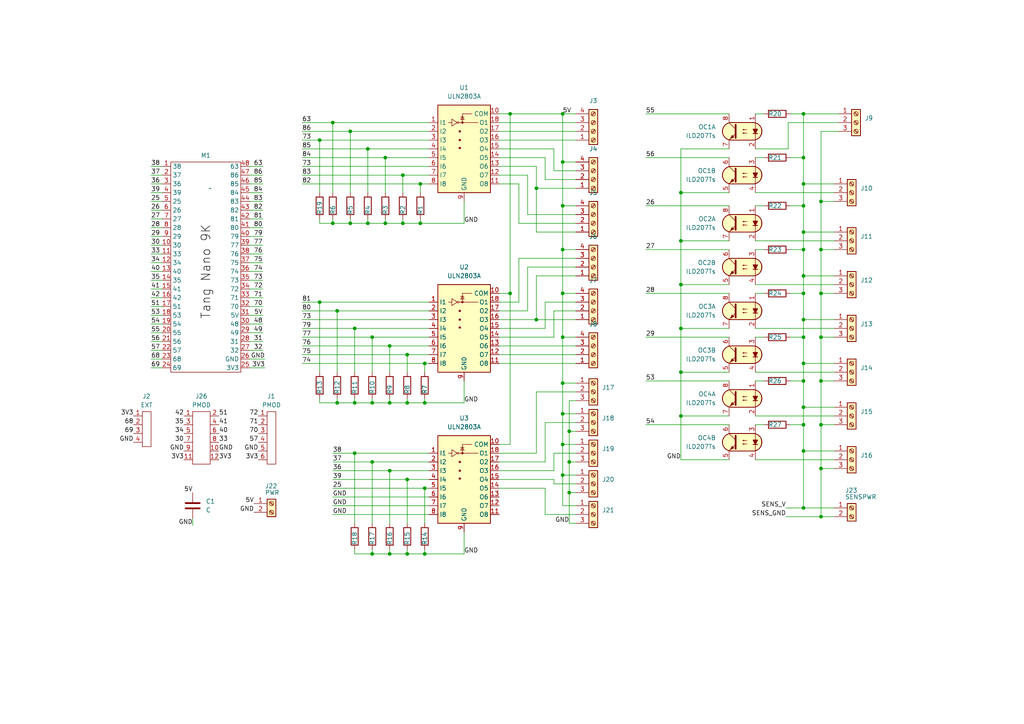
<source format=kicad_sch>
(kicad_sch (version 20230121) (generator eeschema)
  (paper "A4")
  (lib_symbols
    (symbol "Connector:Screw_Terminal_01x02" (pin_names (offset 1.016) hide)
      (property "Reference" "J" (at 0 2.54 0))
      (property "Value" "Screw_Terminal_01x02" (at 0 -5.08 0))
      (symbol "Screw_Terminal_01x02_1_1"
        (pin passive line (at -5.08 0 0) (length 3.81) (name "Pin_1") (number "1"))
        (pin passive line (at -5.08 -2.54 0) (length 3.81) (name "Pin_2") (number "2"))
      )
    )
    (symbol "Connector:Screw_Terminal_01x03" (pin_names (offset 1.016) hide)
      (property "Reference" "J" (at 0 5.08 0))
      (property "Value" "Screw_Terminal_01x03" (at 0 -5.08 0))
      (symbol "Screw_Terminal_01x03_1_1"
        (pin passive line (at -5.08 2.54 0) (length 3.81) (name "Pin_1") (number "1"))
        (pin passive line (at -5.08 0 0) (length 3.81) (name "Pin_2") (number "2"))
        (pin passive line (at -5.08 -2.54 0) (length 3.81) (name "Pin_3") (number "3"))
      )
    )
    (symbol "Connector:Screw_Terminal_01x04" (pin_names (offset 1.016) hide)
      (property "Reference" "J" (at 0 5.08 0))
      (property "Value" "Screw_Terminal_01x04" (at 0 -7.62 0))
      (symbol "Screw_Terminal_01x04_1_1"
        (pin passive line (at -5.08 2.54 0) (length 3.81) (name "Pin_1") (number "1"))
        (pin passive line (at -5.08 0 0) (length 3.81) (name "Pin_2") (number "2"))
        (pin passive line (at -5.08 -2.54 0) (length 3.81) (name "Pin_3") (number "3"))
        (pin passive line (at -5.08 -5.08 0) (length 3.81) (name "Pin_4") (number "4"))
      )
    )
    (symbol "Device:C" (pin_numbers hide) (pin_names (offset 0.254))
      (property "Reference" "C" (at 0.635 2.54 0))
      (property "Value" "C" (at 0.635 -2.54 0))
      (symbol "C_1_1"
        (pin passive line (at 0 3.81 270) (length 2.794) (name "~") (number "1"))
        (pin passive line (at 0 -3.81 90) (length 2.794) (name "~") (number "2"))
      )
    )
    (symbol "Device:R" (pin_numbers hide) (pin_names (offset 0))
      (property "Reference" "R" (at 2.032 0 90))
      (property "Value" "R" (at 0 0 90))
      (symbol "R_1_1"
        (pin passive line (at 0 3.81 270) (length 1.27) (name "~") (number "1"))
        (pin passive line (at 0 -3.81 90) (length 1.27) (name "~") (number "2"))
      )
    )
    (symbol "Library:Conn)01x06_pin" (pin_names (offset 0) hide)
      (property "Reference" "J" (at 0 0 0))
      (symbol "Conn)01x06_pin_1_1"
        (pin passive line (at -3.81 6.35 0) (length 2.54) (name "") (number "1"))
        (pin passive line (at -3.81 3.81 0) (length 2.54) (name "") (number "2"))
        (pin passive line (at -3.81 1.27 0) (length 2.54) (name "") (number "3"))
        (pin passive line (at -3.81 -1.27 0) (length 2.54) (name "") (number "4"))
        (pin passive line (at -3.81 -3.81 0) (length 2.54) (name "") (number "5"))
        (pin passive line (at -3.81 -6.35 0) (length 2.54) (name "") (number "6"))
      )
    )
    (symbol "Library:Conn_01X04_pin" (pin_names (offset 0) hide)
      (property "Reference" "J" (at 0 0 0))
      (symbol "Conn_01X04_pin_1_1"
        (pin passive line (at -3.81 3.81 0) (length 2.54) (name "") (number "1"))
        (pin passive line (at -3.81 1.27 0) (length 2.54) (name "") (number "2"))
        (pin passive line (at -3.81 -1.27 0) (length 2.54) (name "") (number "3"))
        (pin passive line (at -3.81 -3.81 0) (length 2.54) (name "") (number "4"))
      )
    )
    (symbol "Library:Conn_02x06_pin" (pin_names (offset 0) hide)
      (property "Reference" "J" (at 0 0 0))
      (symbol "Conn_02x06_pin_1_1"
        (pin passive line (at -5.08 6.35 0) (length 2.54) (name "") (number "1"))
        (pin passive line (at 5.08 -3.81 180) (length 2.54) (name "") (number "10"))
        (pin passive line (at -5.08 -6.35 0) (length 2.54) (name "") (number "11"))
        (pin passive line (at 5.08 -6.35 180) (length 2.54) (name "") (number "12"))
        (pin passive line (at 5.08 6.35 180) (length 2.54) (name "") (number "2"))
        (pin passive line (at -5.08 3.81 0) (length 2.54) (name "") (number "3"))
        (pin passive line (at 5.08 3.81 180) (length 2.54) (name "") (number "4"))
        (pin passive line (at -5.08 1.27 0) (length 2.54) (name "") (number "5"))
        (pin passive line (at 5.08 1.27 180) (length 2.54) (name "") (number "6"))
        (pin passive line (at -5.08 -1.27 0) (length 2.54) (name "") (number "7"))
        (pin passive line (at 5.08 -1.27 180) (length 2.54) (name "") (number "8"))
        (pin passive line (at -5.08 -3.81 0) (length 2.54) (name "") (number "9"))
      )
    )
    (symbol "Library:Socket_TangNano9K"
      (property "Reference" "M" (at 0 17.78 0))
      (symbol "Socket_TangNano9K_1_1"
        (text "Tang Nano 9K" (at 0 -1.27 900) (effects (font (size 2.56 2.56))))
        (pin bidirectional line (at -12.7 29.21 0) (length 2.54) (name "38") (number "1"))
        (pin bidirectional line (at -12.7 6.35 0) (length 2.54) (name "30") (number "10"))
        (pin bidirectional line (at -12.7 3.81 0) (length 2.54) (name "33") (number "11"))
        (pin bidirectional line (at -12.7 1.27 0) (length 2.54) (name "34") (number "12"))
        (pin bidirectional line (at -12.7 -1.27 0) (length 2.54) (name "40") (number "13"))
        (pin bidirectional line (at -12.7 -3.81 0) (length 2.54) (name "35") (number "14"))
        (pin bidirectional line (at -12.7 -6.35 0) (length 2.54) (name "41") (number "15"))
        (pin bidirectional line (at -12.7 -8.89 0) (length 2.54) (name "42") (number "16"))
        (pin bidirectional line (at -12.7 -11.43 0) (length 2.54) (name "51") (number "17"))
        (pin bidirectional line (at -12.7 -13.97 0) (length 2.54) (name "53") (number "18"))
        (pin bidirectional line (at -12.7 -16.51 0) (length 2.54) (name "54") (number "19"))
        (pin bidirectional line (at -12.7 26.67 0) (length 2.54) (name "37") (number "2"))
        (pin bidirectional line (at -12.7 -19.05 0) (length 2.54) (name "55") (number "20"))
        (pin bidirectional line (at -12.7 -21.59 0) (length 2.54) (name "56") (number "21"))
        (pin bidirectional line (at -12.7 -24.13 0) (length 2.54) (name "57") (number "22"))
        (pin bidirectional line (at -12.7 -26.67 0) (length 2.54) (name "68") (number "23"))
        (pin bidirectional line (at -12.7 -29.21 0) (length 2.54) (name "69") (number "24"))
        (pin power_in line (at 12.7 -29.21 180) (length 2.54) (name "3V3") (number "25"))
        (pin power_in line (at 12.7 -26.67 180) (length 2.54) (name "GND") (number "26"))
        (pin bidirectional line (at 12.7 -24.13 180) (length 2.54) (name "32") (number "27"))
        (pin bidirectional line (at 12.7 -21.59 180) (length 2.54) (name "31") (number "28"))
        (pin bidirectional line (at 12.7 -19.05 180) (length 2.54) (name "49") (number "29"))
        (pin bidirectional line (at -12.7 24.13 0) (length 2.54) (name "36") (number "3"))
        (pin bidirectional line (at 12.7 -16.51 180) (length 2.54) (name "48") (number "30"))
        (pin power_in line (at 12.7 -13.97 180) (length 2.54) (name "5V") (number "31"))
        (pin bidirectional line (at 12.7 -11.43 180) (length 2.54) (name "70") (number "32"))
        (pin bidirectional line (at 12.7 -8.89 180) (length 2.54) (name "71") (number "33"))
        (pin bidirectional line (at 12.7 -6.35 180) (length 2.54) (name "72") (number "34"))
        (pin bidirectional line (at 12.7 -3.81 180) (length 2.54) (name "73") (number "35"))
        (pin bidirectional line (at 12.7 -1.27 180) (length 2.54) (name "74") (number "36"))
        (pin bidirectional line (at 12.7 1.27 180) (length 2.54) (name "75") (number "37"))
        (pin bidirectional line (at 12.7 3.81 180) (length 2.54) (name "76") (number "38"))
        (pin bidirectional line (at 12.7 6.35 180) (length 2.54) (name "77") (number "39"))
        (pin bidirectional line (at -12.7 21.59 0) (length 2.54) (name "39") (number "4"))
        (pin bidirectional line (at 12.7 8.89 180) (length 2.54) (name "79") (number "40"))
        (pin bidirectional line (at 12.7 11.43 180) (length 2.54) (name "80") (number "41"))
        (pin bidirectional line (at 12.7 13.97 180) (length 2.54) (name "81") (number "42"))
        (pin bidirectional line (at 12.7 16.51 180) (length 2.54) (name "82") (number "43"))
        (pin bidirectional line (at 12.7 19.05 180) (length 2.54) (name "83") (number "44"))
        (pin bidirectional line (at 12.7 21.59 180) (length 2.54) (name "84") (number "45"))
        (pin bidirectional line (at 12.7 24.13 180) (length 2.54) (name "85") (number "46"))
        (pin bidirectional line (at 12.7 26.67 180) (length 2.54) (name "86") (number "47"))
        (pin bidirectional line (at 12.7 29.21 180) (length 2.54) (name "63") (number "48"))
        (pin bidirectional line (at -12.7 19.05 0) (length 2.54) (name "25") (number "5"))
        (pin bidirectional line (at -12.7 16.51 0) (length 2.54) (name "26") (number "6"))
        (pin bidirectional line (at -12.7 13.97 0) (length 2.54) (name "27") (number "7"))
        (pin bidirectional line (at -12.7 11.43 0) (length 2.54) (name "28") (number "8"))
        (pin bidirectional line (at -12.7 8.89 0) (length 2.54) (name "29") (number "9"))
      )
    )
    (symbol "PCM_Optocoupler_AKL:ILD207Ts" (pin_names (offset 1.016))
      (property "Reference" "OC" (at 6.35 1.27 0))
      (property "Value" "ILD207Ts" (at 6.35 -1.27 0))
      (symbol "ILD207Ts_1_1"
        (pin passive line (at -3.81 5.08 270) (length 2.54) (name "~") (number "1"))
        (pin passive line (at -3.81 -5.08 90) (length 2.54) (name "~") (number "2"))
        (pin passive line (at 3.81 -5.08 90) (length 2.54) (name "~") (number "7"))
        (pin passive line (at 3.81 5.08 270) (length 2.54) (name "~") (number "8"))
      )
      (symbol "ILD207Ts_2_1"
        (pin passive line (at -3.81 5.08 270) (length 2.54) (name "~") (number "3"))
        (pin passive line (at -3.81 -5.08 90) (length 2.54) (name "~") (number "4"))
        (pin passive line (at 3.81 -5.08 90) (length 2.54) (name "~") (number "5"))
        (pin passive line (at 3.81 5.08 270) (length 2.54) (name "~") (number "6"))
      )
    )
    (symbol "Transistor_Array:ULN2803A"
      (property "Reference" "U" (at 0 13.335 0))
      (property "Value" "ULN2803A" (at 0 11.43 0))
      (symbol "ULN2803A_1_1"
        (pin input line (at -10.16 5.08 0) (length 2.54) (name "I1") (number "1"))
        (pin passive line (at 10.16 7.62 180) (length 2.54) (name "COM") (number "10"))
        (pin open_collector line (at 10.16 -12.7 180) (length 2.54) (name "O8") (number "11"))
        (pin open_collector line (at 10.16 -10.16 180) (length 2.54) (name "O7") (number "12"))
        (pin open_collector line (at 10.16 -7.62 180) (length 2.54) (name "O6") (number "13"))
        (pin open_collector line (at 10.16 -5.08 180) (length 2.54) (name "O5") (number "14"))
        (pin open_collector line (at 10.16 -2.54 180) (length 2.54) (name "O4") (number "15"))
        (pin open_collector line (at 10.16 0 180) (length 2.54) (name "O3") (number "16"))
        (pin open_collector line (at 10.16 2.54 180) (length 2.54) (name "O2") (number "17"))
        (pin open_collector line (at 10.16 5.08 180) (length 2.54) (name "O1") (number "18"))
        (pin input line (at -10.16 2.54 0) (length 2.54) (name "I2") (number "2"))
        (pin input line (at -10.16 0 0) (length 2.54) (name "I3") (number "3"))
        (pin input line (at -10.16 -2.54 0) (length 2.54) (name "I4") (number "4"))
        (pin input line (at -10.16 -5.08 0) (length 2.54) (name "I5") (number "5"))
        (pin input line (at -10.16 -7.62 0) (length 2.54) (name "I6") (number "6"))
        (pin input line (at -10.16 -10.16 0) (length 2.54) (name "I7") (number "7"))
        (pin input line (at -10.16 -12.7 0) (length 2.54) (name "I8") (number "8"))
        (pin power_in line (at 0 -17.78 90) (length 2.54) (name "GND") (number "9"))
      )
    )
  )
  (junction (at 118.11 139.065))
  (junction (at 123.19 141.605))
  (junction (at 111.76 45.72))
  (junction (at 233.045 33.02))
  (junction (at 238.125 123.19))
  (junction (at 197.485 69.85))
  (junction (at 233.045 45.72))
  (junction (at 233.045 147.32))
  (junction (at 121.92 53.34))
  (junction (at 118.11 102.87))
  (junction (at 123.19 116.84))
  (junction (at 118.11 160.655))
  (junction (at 96.52 35.56))
  (junction (at 165.1 133.985))
  (junction (at 121.92 64.77))
  (junction (at 197.485 107.95))
  (junction (at 238.125 85.09))
  (junction (at 163.195 59.69))
  (junction (at 165.1 142.875))
  (junction (at 116.84 64.77))
  (junction (at 238.125 110.49))
  (junction (at 233.045 118.11))
  (junction (at 92.71 40.64))
  (junction (at 233.045 80.01))
  (junction (at 96.52 64.77))
  (junction (at 123.19 160.655))
  (junction (at 111.76 64.77))
  (junction (at 101.6 64.77))
  (junction (at 163.195 120.015))
  (junction (at 233.045 130.81))
  (junction (at 238.125 72.39))
  (junction (at 233.045 97.79))
  (junction (at 107.95 133.985))
  (junction (at 163.195 137.795))
  (junction (at 107.95 160.655))
  (junction (at 233.045 53.34))
  (junction (at 197.485 55.88))
  (junction (at 238.125 135.89))
  (junction (at 233.045 110.49))
  (junction (at 106.68 64.77))
  (junction (at 233.045 72.39))
  (junction (at 113.03 136.525))
  (junction (at 107.95 116.84))
  (junction (at 233.045 92.71))
  (junction (at 106.68 43.18))
  (junction (at 163.195 33.02))
  (junction (at 163.195 97.79))
  (junction (at 113.03 100.33))
  (junction (at 163.195 46.99))
  (junction (at 197.485 82.55))
  (junction (at 197.485 120.65))
  (junction (at 155.575 92.71))
  (junction (at 147.955 85.09))
  (junction (at 116.84 50.8))
  (junction (at 233.045 67.31))
  (junction (at 233.045 123.19))
  (junction (at 147.955 33.02))
  (junction (at 233.045 105.41))
  (junction (at 165.1 125.095))
  (junction (at 118.11 116.84))
  (junction (at 113.03 116.84))
  (junction (at 102.87 95.25))
  (junction (at 155.575 54.61))
  (junction (at 238.125 97.79))
  (junction (at 238.125 149.86))
  (junction (at 97.79 116.84))
  (junction (at 233.045 85.09))
  (junction (at 113.03 160.655))
  (junction (at 163.195 111.125))
  (junction (at 102.87 131.445))
  (junction (at 197.485 95.25))
  (junction (at 101.6 38.1))
  (junction (at 92.71 87.63))
  (junction (at 107.95 97.79))
  (junction (at 97.79 90.17))
  (junction (at 102.87 116.84))
  (junction (at 163.195 128.905))
  (junction (at 233.045 59.69))
  (junction (at 123.19 105.41))
  (junction (at 163.195 72.39))
  (junction (at 238.125 58.42))
  (junction (at 163.195 85.09))
  (wire (pts (xy 238.125 72.39) (xy 238.125 85.09)))
  (wire (pts (xy 72.39 58.42) (xy 76.2 58.42)))
  (wire (pts (xy 167.005 52.07) (xy 158.115 52.07)))
  (wire (pts (xy 167.005 113.665) (xy 155.575 113.665)))
  (wire (pts (xy 147.955 33.02) (xy 163.195 33.02)))
  (wire (pts (xy 72.39 63.5) (xy 76.2 63.5)))
  (wire (pts (xy 144.78 40.64) (xy 167.005 40.64)))
  (wire (pts (xy 219.075 55.88) (xy 241.935 55.88)))
  (wire (pts (xy 158.115 45.72) (xy 144.78 45.72)))
  (wire (pts (xy 72.39 99.06) (xy 76.2 99.06)))
  (wire (pts (xy 197.485 120.65) (xy 211.455 120.65)))
  (wire (pts (xy 121.92 53.34) (xy 124.46 53.34)))
  (wire (pts (xy 144.78 85.09) (xy 147.955 85.09)))
  (wire (pts (xy 97.79 90.17) (xy 124.46 90.17)))
  (wire (pts (xy 43.815 91.44) (xy 46.99 91.44)))
  (wire (pts (xy 43.815 81.28) (xy 46.99 81.28)))
  (wire (pts (xy 165.1 151.765) (xy 167.005 151.765)))
  (wire (pts (xy 144.78 95.25) (xy 158.115 95.25)))
  (wire (pts (xy 155.575 80.01) (xy 155.575 92.71)))
  (wire (pts (xy 238.125 110.49) (xy 241.935 110.49)))
  (wire (pts (xy 101.6 64.77) (xy 106.68 64.77)))
  (wire (pts (xy 43.815 106.68) (xy 46.99 106.68)))
  (wire (pts (xy 165.1 125.095) (xy 165.1 133.985)))
  (wire (pts (xy 101.6 38.1) (xy 124.46 38.1)))
  (wire (pts (xy 144.78 136.525) (xy 160.655 136.525)))
  (wire (pts (xy 229.235 45.72) (xy 233.045 45.72)))
  (wire (pts (xy 227.965 149.86) (xy 238.125 149.86)))
  (wire (pts (xy 134.62 110.49) (xy 134.62 116.84)))
  (wire (pts (xy 101.6 38.1) (xy 101.6 55.88)))
  (wire (pts (xy 165.1 116.205) (xy 165.1 125.095)))
  (wire (pts (xy 87.63 40.64) (xy 92.71 40.64)))
  (wire (pts (xy 144.78 50.8) (xy 153.035 50.8)))
  (wire (pts (xy 160.655 139.065) (xy 160.655 140.335)))
  (wire (pts (xy 118.11 139.065) (xy 118.11 151.765)))
  (wire (pts (xy 163.195 111.125) (xy 163.195 120.015)))
  (wire (pts (xy 107.95 97.79) (xy 107.95 107.95)))
  (wire (pts (xy 165.1 133.985) (xy 167.005 133.985)))
  (wire (pts (xy 163.195 59.69) (xy 163.195 72.39)))
  (wire (pts (xy 102.87 131.445) (xy 124.46 131.445)))
  (wire (pts (xy 101.6 64.77) (xy 101.6 63.5)))
  (wire (pts (xy 158.115 141.605) (xy 158.115 149.225)))
  (wire (pts (xy 111.76 45.72) (xy 111.76 55.88)))
  (wire (pts (xy 155.575 54.61) (xy 155.575 48.26)))
  (wire (pts (xy 163.195 137.795) (xy 163.195 146.685)))
  (wire (pts (xy 197.485 107.95) (xy 211.455 107.95)))
  (wire (pts (xy 238.125 38.1) (xy 243.205 38.1)))
  (wire (pts (xy 163.195 72.39) (xy 167.005 72.39)))
  (wire (pts (xy 187.325 85.09) (xy 211.455 85.09)))
  (wire (pts (xy 92.71 116.84) (xy 92.71 115.57)))
  (wire (pts (xy 96.52 139.065) (xy 118.11 139.065)))
  (wire (pts (xy 167.005 90.17) (xy 160.655 90.17)))
  (wire (pts (xy 123.19 141.605) (xy 124.46 141.605)))
  (wire (pts (xy 147.955 128.905) (xy 147.955 85.09)))
  (wire (pts (xy 113.03 160.655) (xy 118.11 160.655)))
  (wire (pts (xy 233.045 97.79) (xy 233.045 105.41)))
  (wire (pts (xy 43.815 86.36) (xy 46.99 86.36)))
  (wire (pts (xy 43.815 68.58) (xy 46.99 68.58)))
  (wire (pts (xy 233.045 105.41) (xy 233.045 110.49)))
  (wire (pts (xy 72.39 53.34) (xy 76.2 53.34)))
  (wire (pts (xy 238.125 123.19) (xy 238.125 135.89)))
  (wire (pts (xy 107.95 133.985) (xy 107.95 151.765)))
  (wire (pts (xy 144.78 92.71) (xy 155.575 92.71)))
  (wire (pts (xy 102.87 95.25) (xy 102.87 107.95)))
  (wire (pts (xy 43.815 93.98) (xy 46.99 93.98)))
  (wire (pts (xy 72.39 91.44) (xy 76.2 91.44)))
  (wire (pts (xy 187.325 33.02) (xy 211.455 33.02)))
  (wire (pts (xy 43.815 55.88) (xy 46.99 55.88)))
  (wire (pts (xy 233.045 92.71) (xy 241.935 92.71)))
  (wire (pts (xy 167.005 67.31) (xy 155.575 67.31)))
  (wire (pts (xy 123.19 105.41) (xy 123.19 107.95)))
  (wire (pts (xy 233.045 33.02) (xy 243.205 33.02)))
  (wire (pts (xy 238.125 58.42) (xy 241.935 58.42)))
  (wire (pts (xy 118.11 160.655) (xy 123.19 160.655)))
  (wire (pts (xy 107.95 97.79) (xy 124.46 97.79)))
  (wire (pts (xy 219.075 45.72) (xy 221.615 45.72)))
  (wire (pts (xy 43.815 99.06) (xy 46.99 99.06)))
  (wire (pts (xy 87.63 43.18) (xy 106.68 43.18)))
  (wire (pts (xy 167.005 49.53) (xy 160.655 49.53)))
  (wire (pts (xy 96.52 146.685) (xy 124.46 146.685)))
  (wire (pts (xy 116.84 50.8) (xy 116.84 55.88)))
  (wire (pts (xy 229.235 33.02) (xy 233.045 33.02)))
  (wire (pts (xy 211.455 43.18) (xy 197.485 43.18)))
  (wire (pts (xy 72.39 83.82) (xy 76.2 83.82)))
  (wire (pts (xy 116.84 64.77) (xy 121.92 64.77)))
  (wire (pts (xy 163.195 33.02) (xy 163.195 46.99)))
  (wire (pts (xy 123.19 160.655) (xy 123.19 159.385)))
  (wire (pts (xy 167.005 77.47) (xy 153.035 77.47)))
  (wire (pts (xy 155.575 67.31) (xy 155.575 54.61)))
  (wire (pts (xy 219.075 33.02) (xy 221.615 33.02)))
  (wire (pts (xy 107.95 160.655) (xy 107.95 159.385)))
  (wire (pts (xy 167.005 116.205) (xy 165.1 116.205)))
  (wire (pts (xy 229.235 123.19) (xy 233.045 123.19)))
  (wire (pts (xy 167.005 33.02) (xy 163.195 33.02)))
  (wire (pts (xy 219.075 123.19) (xy 221.615 123.19)))
  (wire (pts (xy 233.045 147.32) (xy 241.935 147.32)))
  (wire (pts (xy 87.63 35.56) (xy 96.52 35.56)))
  (wire (pts (xy 167.005 87.63) (xy 158.115 87.63)))
  (wire (pts (xy 43.815 63.5) (xy 46.99 63.5)))
  (wire (pts (xy 229.235 85.09) (xy 233.045 85.09)))
  (wire (pts (xy 197.485 69.85) (xy 197.485 82.55)))
  (wire (pts (xy 163.195 137.795) (xy 167.005 137.795)))
  (wire (pts (xy 163.195 85.09) (xy 163.195 97.79)))
  (wire (pts (xy 107.95 116.84) (xy 107.95 115.57)))
  (wire (pts (xy 113.03 100.33) (xy 113.03 107.95)))
  (wire (pts (xy 144.78 33.02) (xy 147.955 33.02)))
  (wire (pts (xy 43.815 101.6) (xy 46.99 101.6)))
  (wire (pts (xy 187.325 59.69) (xy 211.455 59.69)))
  (wire (pts (xy 106.68 64.77) (xy 111.76 64.77)))
  (wire (pts (xy 113.03 116.84) (xy 113.03 115.57)))
  (wire (pts (xy 96.52 64.77) (xy 101.6 64.77)))
  (wire (pts (xy 72.39 106.68) (xy 76.835 106.68)))
  (wire (pts (xy 87.63 38.1) (xy 101.6 38.1)))
  (wire (pts (xy 219.075 110.49) (xy 221.615 110.49)))
  (wire (pts (xy 163.195 46.99) (xy 167.005 46.99)))
  (wire (pts (xy 238.125 72.39) (xy 238.125 58.42)))
  (wire (pts (xy 197.485 95.25) (xy 211.455 95.25)))
  (wire (pts (xy 72.39 60.96) (xy 76.2 60.96)))
  (wire (pts (xy 87.63 97.79) (xy 107.95 97.79)))
  (wire (pts (xy 187.325 110.49) (xy 211.455 110.49)))
  (wire (pts (xy 233.045 45.72) (xy 233.045 53.34)))
  (wire (pts (xy 160.655 131.445) (xy 160.655 136.525)))
  (wire (pts (xy 238.125 110.49) (xy 238.125 123.19)))
  (wire (pts (xy 43.815 88.9) (xy 46.99 88.9)))
  (wire (pts (xy 167.005 62.23) (xy 153.035 62.23)))
  (wire (pts (xy 92.71 63.5) (xy 92.71 64.77)))
  (wire (pts (xy 165.1 142.875) (xy 165.1 151.765)))
  (wire (pts (xy 219.075 107.95) (xy 241.935 107.95)))
  (wire (pts (xy 219.075 82.55) (xy 241.935 82.55)))
  (wire (pts (xy 187.325 97.79) (xy 211.455 97.79)))
  (wire (pts (xy 72.39 96.52) (xy 76.2 96.52)))
  (wire (pts (xy 111.76 45.72) (xy 124.46 45.72)))
  (wire (pts (xy 43.815 50.8) (xy 46.99 50.8)))
  (wire (pts (xy 233.045 118.11) (xy 241.935 118.11)))
  (wire (pts (xy 187.325 45.72) (xy 211.455 45.72)))
  (wire (pts (xy 102.87 131.445) (xy 102.87 151.765)))
  (wire (pts (xy 187.325 123.19) (xy 211.455 123.19)))
  (wire (pts (xy 92.71 87.63) (xy 124.46 87.63)))
  (wire (pts (xy 43.815 58.42) (xy 46.99 58.42)))
  (wire (pts (xy 113.03 160.655) (xy 113.03 159.385)))
  (wire (pts (xy 233.045 110.49) (xy 233.045 118.11)))
  (wire (pts (xy 153.035 62.23) (xy 153.035 50.8)))
  (wire (pts (xy 43.815 48.26) (xy 46.99 48.26)))
  (wire (pts (xy 72.39 78.74) (xy 76.2 78.74)))
  (wire (pts (xy 238.125 135.89) (xy 241.935 135.89)))
  (wire (pts (xy 96.52 136.525) (xy 113.03 136.525)))
  (wire (pts (xy 43.815 83.82) (xy 46.99 83.82)))
  (wire (pts (xy 197.485 82.55) (xy 211.455 82.55)))
  (wire (pts (xy 87.63 95.25) (xy 102.87 95.25)))
  (wire (pts (xy 144.78 139.065) (xy 160.655 139.065)))
  (wire (pts (xy 163.195 97.79) (xy 167.005 97.79)))
  (wire (pts (xy 144.78 141.605) (xy 158.115 141.605)))
  (wire (pts (xy 123.19 105.41) (xy 124.46 105.41)))
  (wire (pts (xy 228.6 35.56) (xy 243.205 35.56)))
  (wire (pts (xy 43.815 60.96) (xy 46.99 60.96)))
  (wire (pts (xy 87.63 90.17) (xy 97.79 90.17)))
  (wire (pts (xy 118.11 102.87) (xy 124.46 102.87)))
  (wire (pts (xy 233.045 92.71) (xy 233.045 97.79)))
  (wire (pts (xy 163.195 85.09) (xy 167.005 85.09)))
  (wire (pts (xy 219.075 72.39) (xy 221.615 72.39)))
  (wire (pts (xy 163.195 120.015) (xy 167.005 120.015)))
  (wire (pts (xy 116.84 64.77) (xy 116.84 63.5)))
  (wire (pts (xy 163.195 46.99) (xy 163.195 59.69)))
  (wire (pts (xy 113.03 100.33) (xy 124.46 100.33)))
  (wire (pts (xy 167.005 64.77) (xy 150.495 64.77)))
  (wire (pts (xy 121.92 64.77) (xy 134.62 64.77)))
  (wire (pts (xy 123.19 116.84) (xy 123.19 115.57)))
  (wire (pts (xy 87.63 102.87) (xy 118.11 102.87)))
  (wire (pts (xy 150.495 74.93) (xy 150.495 87.63)))
  (wire (pts (xy 144.78 90.17) (xy 153.035 90.17)))
  (wire (pts (xy 163.195 59.69) (xy 167.005 59.69)))
  (wire (pts (xy 102.87 160.655) (xy 102.87 159.385)))
  (wire (pts (xy 96.52 35.56) (xy 124.46 35.56)))
  (wire (pts (xy 229.235 59.69) (xy 233.045 59.69)))
  (wire (pts (xy 144.78 105.41) (xy 167.005 105.41)))
  (wire (pts (xy 238.125 135.89) (xy 238.125 149.86)))
  (wire (pts (xy 233.045 67.31) (xy 233.045 72.39)))
  (wire (pts (xy 163.195 120.015) (xy 163.195 128.905)))
  (wire (pts (xy 118.11 139.065) (xy 124.46 139.065)))
  (wire (pts (xy 72.39 73.66) (xy 76.2 73.66)))
  (wire (pts (xy 43.815 96.52) (xy 46.99 96.52)))
  (wire (pts (xy 96.52 131.445) (xy 102.87 131.445)))
  (wire (pts (xy 92.71 40.64) (xy 92.71 55.88)))
  (wire (pts (xy 147.955 85.09) (xy 147.955 33.02)))
  (wire (pts (xy 87.63 105.41) (xy 123.19 105.41)))
  (wire (pts (xy 72.39 50.8) (xy 76.2 50.8)))
  (wire (pts (xy 43.815 53.34) (xy 46.99 53.34)))
  (wire (pts (xy 233.045 59.69) (xy 233.045 67.31)))
  (wire (pts (xy 106.68 43.18) (xy 106.68 55.88)))
  (wire (pts (xy 123.19 141.605) (xy 123.19 151.765)))
  (wire (pts (xy 87.63 87.63) (xy 92.71 87.63)))
  (wire (pts (xy 160.655 49.53) (xy 160.655 43.18)))
  (wire (pts (xy 118.11 160.655) (xy 118.11 159.385)))
  (wire (pts (xy 107.95 116.84) (xy 113.03 116.84)))
  (wire (pts (xy 121.92 64.77) (xy 121.92 63.5)))
  (wire (pts (xy 107.95 133.985) (xy 124.46 133.985)))
  (wire (pts (xy 97.79 116.84) (xy 97.79 115.57)))
  (wire (pts (xy 144.78 100.33) (xy 167.005 100.33)))
  (wire (pts (xy 241.935 85.09) (xy 238.125 85.09)))
  (wire (pts (xy 167.005 80.01) (xy 155.575 80.01)))
  (wire (pts (xy 158.115 149.225) (xy 167.005 149.225)))
  (wire (pts (xy 106.68 43.18) (xy 124.46 43.18)))
  (wire (pts (xy 163.195 72.39) (xy 163.195 85.09)))
  (wire (pts (xy 233.045 130.81) (xy 241.935 130.81)))
  (wire (pts (xy 43.815 76.2) (xy 46.99 76.2)))
  (wire (pts (xy 144.78 128.905) (xy 147.955 128.905)))
  (wire (pts (xy 144.78 102.87) (xy 167.005 102.87)))
  (wire (pts (xy 197.485 82.55) (xy 197.485 95.25)))
  (wire (pts (xy 144.78 133.985) (xy 158.115 133.985)))
  (wire (pts (xy 107.95 160.655) (xy 113.03 160.655)))
  (wire (pts (xy 96.52 141.605) (xy 123.19 141.605)))
  (wire (pts (xy 197.485 43.18) (xy 197.485 55.88)))
  (wire (pts (xy 233.045 45.72) (xy 233.045 33.02)))
  (wire (pts (xy 96.52 144.145) (xy 124.46 144.145)))
  (wire (pts (xy 233.045 123.19) (xy 233.045 130.81)))
  (wire (pts (xy 233.045 67.31) (xy 241.935 67.31)))
  (wire (pts (xy 155.575 92.71) (xy 167.005 92.71)))
  (wire (pts (xy 72.39 104.14) (xy 76.835 104.14)))
  (wire (pts (xy 96.52 133.985) (xy 107.95 133.985)))
  (wire (pts (xy 72.39 81.28) (xy 76.2 81.28)))
  (wire (pts (xy 219.075 85.09) (xy 221.615 85.09)))
  (wire (pts (xy 163.195 111.125) (xy 167.005 111.125)))
  (wire (pts (xy 150.495 87.63) (xy 144.78 87.63)))
  (wire (pts (xy 113.03 136.525) (xy 124.46 136.525)))
  (wire (pts (xy 238.125 85.09) (xy 238.125 97.79)))
  (wire (pts (xy 197.485 55.88) (xy 197.485 69.85)))
  (wire (pts (xy 219.075 95.25) (xy 241.935 95.25)))
  (wire (pts (xy 97.79 90.17) (xy 97.79 107.95)))
  (wire (pts (xy 167.005 146.685) (xy 163.195 146.685)))
  (wire (pts (xy 96.52 149.225) (xy 124.46 149.225)))
  (wire (pts (xy 43.815 66.04) (xy 46.99 66.04)))
  (wire (pts (xy 72.39 71.12) (xy 76.2 71.12)))
  (wire (pts (xy 229.235 97.79) (xy 233.045 97.79)))
  (wire (pts (xy 144.78 38.1) (xy 167.005 38.1)))
  (wire (pts (xy 238.125 72.39) (xy 241.935 72.39)))
  (wire (pts (xy 123.19 160.655) (xy 134.62 160.655)))
  (wire (pts (xy 144.78 43.18) (xy 160.655 43.18)))
  (wire (pts (xy 219.075 97.79) (xy 221.615 97.79)))
  (wire (pts (xy 228.6 43.18) (xy 219.075 43.18)))
  (wire (pts (xy 144.78 53.34) (xy 150.495 53.34)))
  (wire (pts (xy 233.045 80.01) (xy 241.935 80.01)))
  (wire (pts (xy 144.78 35.56) (xy 167.005 35.56)))
  (wire (pts (xy 167.005 74.93) (xy 150.495 74.93)))
  (wire (pts (xy 163.195 128.905) (xy 167.005 128.905)))
  (wire (pts (xy 72.39 93.98) (xy 76.2 93.98)))
  (wire (pts (xy 229.235 110.49) (xy 233.045 110.49)))
  (wire (pts (xy 233.045 53.34) (xy 241.935 53.34)))
  (wire (pts (xy 87.63 45.72) (xy 111.76 45.72)))
  (wire (pts (xy 233.045 80.01) (xy 233.045 85.09)))
  (wire (pts (xy 233.045 118.11) (xy 233.045 123.19)))
  (wire (pts (xy 150.495 53.34) (xy 150.495 64.77)))
  (wire (pts (xy 102.87 116.84) (xy 107.95 116.84)))
  (wire (pts (xy 219.075 120.65) (xy 241.935 120.65)))
  (wire (pts (xy 118.11 102.87) (xy 118.11 107.95)))
  (wire (pts (xy 92.71 87.63) (xy 92.71 107.95)))
  (wire (pts (xy 238.125 97.79) (xy 238.125 110.49)))
  (wire (pts (xy 102.87 95.25) (xy 124.46 95.25)))
  (wire (pts (xy 197.485 120.65) (xy 197.485 133.35)))
  (wire (pts (xy 43.815 104.14) (xy 46.99 104.14)))
  (wire (pts (xy 219.075 133.35) (xy 241.935 133.35)))
  (wire (pts (xy 72.39 76.2) (xy 76.2 76.2)))
  (wire (pts (xy 111.76 64.77) (xy 111.76 63.5)))
  (wire (pts (xy 155.575 54.61) (xy 167.005 54.61)))
  (wire (pts (xy 197.485 69.85) (xy 211.455 69.85)))
  (wire (pts (xy 102.87 160.655) (xy 107.95 160.655)))
  (wire (pts (xy 165.1 133.985) (xy 165.1 142.875)))
  (wire (pts (xy 134.62 154.305) (xy 134.62 160.655)))
  (wire (pts (xy 227.965 147.32) (xy 233.045 147.32)))
  (wire (pts (xy 219.075 69.85) (xy 241.935 69.85)))
  (wire (pts (xy 163.195 97.79) (xy 163.195 111.125)))
  (wire (pts (xy 219.075 59.69) (xy 221.615 59.69)))
  (wire (pts (xy 55.88 152.4) (xy 55.88 150.495)))
  (wire (pts (xy 92.71 116.84) (xy 97.79 116.84)))
  (wire (pts (xy 160.655 90.17) (xy 160.655 97.79)))
  (wire (pts (xy 153.035 77.47) (xy 153.035 90.17)))
  (wire (pts (xy 87.63 53.34) (xy 121.92 53.34)))
  (wire (pts (xy 87.63 50.8) (xy 116.84 50.8)))
  (wire (pts (xy 116.84 50.8) (xy 124.46 50.8)))
  (wire (pts (xy 233.045 85.09) (xy 233.045 92.71)))
  (wire (pts (xy 165.1 142.875) (xy 167.005 142.875)))
  (wire (pts (xy 97.79 116.84) (xy 102.87 116.84)))
  (wire (pts (xy 238.125 97.79) (xy 241.935 97.79)))
  (wire (pts (xy 233.045 105.41) (xy 241.935 105.41)))
  (wire (pts (xy 197.485 95.25) (xy 197.485 107.95)))
  (wire (pts (xy 43.815 71.12) (xy 46.99 71.12)))
  (wire (pts (xy 197.485 133.35) (xy 211.455 133.35)))
  (wire (pts (xy 121.92 53.34) (xy 121.92 55.88)))
  (wire (pts (xy 111.76 64.77) (xy 116.84 64.77)))
  (wire (pts (xy 233.045 53.34) (xy 233.045 59.69)))
  (wire (pts (xy 43.815 73.66) (xy 46.99 73.66)))
  (wire (pts (xy 233.045 72.39) (xy 233.045 80.01)))
  (wire (pts (xy 144.78 97.79) (xy 160.655 97.79)))
  (wire (pts (xy 87.63 92.71) (xy 124.46 92.71)))
  (wire (pts (xy 72.39 66.04) (xy 76.2 66.04)))
  (wire (pts (xy 92.71 40.64) (xy 124.46 40.64)))
  (wire (pts (xy 123.19 116.84) (xy 134.62 116.84)))
  (wire (pts (xy 158.115 52.07) (xy 158.115 45.72)))
  (wire (pts (xy 238.125 123.19) (xy 241.935 123.19)))
  (wire (pts (xy 160.655 131.445) (xy 167.005 131.445)))
  (wire (pts (xy 92.71 64.77) (xy 96.52 64.77)))
  (wire (pts (xy 72.39 55.88) (xy 76.2 55.88)))
  (wire (pts (xy 229.235 72.39) (xy 233.045 72.39)))
  (wire (pts (xy 102.87 116.84) (xy 102.87 115.57)))
  (wire (pts (xy 96.52 64.77) (xy 96.52 63.5)))
  (wire (pts (xy 106.68 64.77) (xy 106.68 63.5)))
  (wire (pts (xy 72.39 88.9) (xy 76.2 88.9)))
  (wire (pts (xy 155.575 113.665) (xy 155.575 131.445)))
  (wire (pts (xy 72.39 68.58) (xy 76.2 68.58)))
  (wire (pts (xy 72.39 101.6) (xy 76.2 101.6)))
  (wire (pts (xy 144.78 48.26) (xy 155.575 48.26)))
  (wire (pts (xy 113.03 116.84) (xy 118.11 116.84)))
  (wire (pts (xy 158.115 122.555) (xy 158.115 133.985)))
  (wire (pts (xy 228.6 35.56) (xy 228.6 43.18)))
  (wire (pts (xy 144.78 131.445) (xy 155.575 131.445)))
  (wire (pts (xy 87.63 100.33) (xy 113.03 100.33)))
  (wire (pts (xy 87.63 48.26) (xy 124.46 48.26)))
  (wire (pts (xy 233.045 130.81) (xy 233.045 147.32)))
  (wire (pts (xy 72.39 86.36) (xy 76.2 86.36)))
  (wire (pts (xy 238.125 149.86) (xy 241.935 149.86)))
  (wire (pts (xy 167.005 122.555) (xy 158.115 122.555)))
  (wire (pts (xy 197.485 55.88) (xy 211.455 55.88)))
  (wire (pts (xy 134.62 64.77) (xy 134.62 58.42)))
  (wire (pts (xy 43.815 78.74) (xy 46.99 78.74)))
  (wire (pts (xy 96.52 35.56) (xy 96.52 55.88)))
  (wire (pts (xy 118.11 116.84) (xy 123.19 116.84)))
  (wire (pts (xy 187.325 72.39) (xy 211.455 72.39)))
  (wire (pts (xy 163.195 128.905) (xy 163.195 137.795)))
  (wire (pts (xy 160.655 140.335) (xy 167.005 140.335)))
  (wire (pts (xy 165.1 125.095) (xy 167.005 125.095)))
  (wire (pts (xy 72.39 48.26) (xy 76.2 48.26)))
  (wire (pts (xy 197.485 107.95) (xy 197.485 120.65)))
  (wire (pts (xy 118.11 116.84) (xy 118.11 115.57)))
  (wire (pts (xy 158.115 87.63) (xy 158.115 95.25)))
  (wire (pts (xy 238.125 58.42) (xy 238.125 38.1)))
  (wire (pts (xy 113.03 136.525) (xy 113.03 151.765)))
  (label "77" (at 76.2 71.12 180))
  (label "73" (at 87.63 40.64 0))
  (label "GND" (at 63.5 130.81 0))
  (label "3V3" (at 38.735 120.65 180))
  (label "31" (at 76.2 99.06 180))
  (label "35" (at 43.815 81.28 0))
  (label "55" (at 187.325 33.02 0))
  (label "79" (at 76.2 68.58 180))
  (label "51" (at 63.5 120.65 0))
  (label "GND" (at 134.62 64.77 0))
  (label "34" (at 43.815 76.2 0))
  (label "73" (at 76.2 81.28 180))
  (label "5V" (at 55.88 142.875 180))
  (label "82" (at 87.63 53.34 0))
  (label "73" (at 87.63 48.26 0))
  (label "54" (at 187.325 123.19 0))
  (label "56" (at 43.815 99.06 0))
  (label "83" (at 76.2 58.42 180))
  (label "76" (at 87.63 100.33 0))
  (label "SENS_V" (at 227.965 147.32 180))
  (label "GND" (at 55.88 152.4 180))
  (label "49" (at 76.2 96.52 180))
  (label "41" (at 43.815 83.82 0))
  (label "36" (at 96.52 136.525 0))
  (label "42" (at 53.34 120.65 180))
  (label "77" (at 87.63 97.79 0))
  (label "84" (at 76.2 55.88 180))
  (label "75" (at 76.2 76.2 180))
  (label "85" (at 87.63 43.18 0))
  (label "48" (at 76.2 93.98 180))
  (label "68" (at 43.815 104.14 0))
  (label "38" (at 96.52 131.445 0))
  (label "32" (at 76.2 101.6 180))
  (label "74" (at 87.63 105.41 0))
  (label "69" (at 38.735 125.73 180))
  (label "57" (at 74.93 128.27 180))
  (label "81" (at 87.63 87.63 0))
  (label "85" (at 76.2 53.34 180))
  (label "29" (at 43.815 68.58 0))
  (label "39" (at 96.52 139.065 0))
  (label "74" (at 76.2 78.74 180))
  (label "53" (at 43.815 91.44 0))
  (label "86" (at 87.63 38.1 0))
  (label "80" (at 87.63 90.17 0))
  (label "25" (at 43.815 58.42 0))
  (label "28" (at 43.815 66.04 0))
  (label "3V3" (at 63.5 133.35 0))
  (label "30" (at 53.34 128.27 180))
  (label "SENS_GND" (at 227.965 149.86 180))
  (label "70" (at 76.2 88.9 180))
  (label "37" (at 96.52 133.985 0))
  (label "GND" (at 96.52 149.225 0))
  (label "56" (at 187.325 45.72 0))
  (label "86" (at 76.2 50.8 180))
  (label "80" (at 76.2 66.04 180))
  (label "GND" (at 53.34 130.81 180))
  (label "73" (at 87.63 92.71 0))
  (label "5V" (at 76.2 91.44 180))
  (label "3V3" (at 53.34 133.35 180))
  (label "33" (at 43.815 73.66 0))
  (label "51" (at 43.815 88.9 0))
  (label "GND" (at 76.835 104.14 180))
  (label "GND" (at 96.52 146.685 0))
  (label "57" (at 43.815 101.6 0))
  (label "71" (at 74.93 123.19 180))
  (label "72" (at 74.93 120.65 180))
  (label "38" (at 43.815 48.26 0))
  (label "53" (at 187.325 110.49 0))
  (label "37" (at 43.815 50.8 0))
  (label "3V3" (at 74.93 133.35 180))
  (label "39" (at 43.815 55.88 0))
  (label "GND" (at 165.1 151.765 180))
  (label "72" (at 76.2 83.82 180))
  (label "68" (at 38.735 123.19 180))
  (label "81" (at 76.2 63.5 180))
  (label "63" (at 76.2 48.26 180))
  (label "84" (at 87.63 45.72 0))
  (label "5V" (at 163.195 33.02 0))
  (label "26" (at 187.325 59.69 0))
  (label "GND" (at 96.52 144.145 0))
  (label "40" (at 63.5 125.73 0))
  (label "35" (at 53.34 123.19 180))
  (label "83" (at 87.63 50.8 0))
  (label "26" (at 43.815 60.96 0))
  (label "27" (at 43.815 63.5 0))
  (label "82" (at 76.2 60.96 180))
  (label "41" (at 63.5 123.19 0))
  (label "76" (at 76.2 73.66 180))
  (label "42" (at 43.815 86.36 0))
  (label "69" (at 43.815 106.68 0))
  (label "27" (at 187.325 72.39 0))
  (label "63" (at 87.63 35.56 0))
  (label "29" (at 187.325 97.79 0))
  (label "55" (at 43.815 96.52 0))
  (label "25" (at 96.52 141.605 0))
  (label "70" (at 74.93 125.73 180))
  (label "33" (at 63.5 128.27 0))
  (label "GND" (at 197.485 133.35 180))
  (label "36" (at 43.815 53.34 0))
  (label "3V3" (at 76.835 106.68 180))
  (label "GND" (at 134.62 160.655 0))
  (label "79" (at 87.63 95.25 0))
  (label "34" (at 53.34 125.73 180))
  (label "71" (at 76.2 86.36 180))
  (label "5V" (at 73.66 146.05 180))
  (label "40" (at 43.815 78.74 0))
  (label "GND" (at 74.93 130.81 180))
  (label "30" (at 43.815 71.12 0))
  (label "28" (at 187.325 85.09 0))
  (label "GND" (at 73.66 148.59 180))
  (label "75" (at 87.63 102.87 0))
  (label "54" (at 43.815 93.98 0))
  (label "GND" (at 134.62 116.84 0))
  (label "GND" (at 38.735 128.27 180))
  (symbol (lib_id "Transistor_Array:ULN2803A") (at 134.62 40.64 0) (unit 1)
    (property "Reference" "U1" (at 134.62 25.4 0))
    (property "Value" "ULN2803A" (at 134.62 27.94 0))
    (property "Footprint" "Package_SO:SOIC-18W_7.5x11.6mm_P1.27mm" (effects hide))
    (property "Datasheet" "http://www.ti.com/lit/ds/symlink/uln2803a.pdf" (effects hide))
  )
  (symbol (lib_id "Connector:Screw_Terminal_01x04") (at 172.085 90.17 0) (mirror x) (unit 1)
    (property "Reference" "J7" (at 172.085 81.28 0))
    (property "Value" "Screw_Terminal_01x04" (effects hide))
    (property "Footprint" "TerminalBlock_Phoenix:TerminalBlock_Phoenix_PT-1,5-4-3.5-H_1x04_P3.50mm_Horizontal" (effects hide))
  )
  (symbol (lib_id "Device:R") (at 116.84 59.69 0) (unit 1)
    (property "Reference" "R2" (at 116.84 62.23 90) (effects (justify left)))
    (property "Value" "R" (effects hide))
    (property "Footprint" "Resistor_SMD:R_0805_2012Metric" (effects hide))
  )
  (symbol (lib_id "Device:R") (at 225.425 97.79 90) (unit 1)
    (property "Reference" "R25" (at 224.79 97.79 90))
    (property "Value" "R" (effects hide))
    (property "Footprint" "Resistor_SMD:R_0805_2012Metric" (effects hide))
  )
  (symbol (lib_id "Connector:Screw_Terminal_01x03") (at 247.015 95.25 0) (unit 1)
    (property "Reference" "J13" (at 249.555 93.98 0) (effects (justify left)))
    (property "Value" "Screw_Terminal_01x03" (effects hide))
    (property "Footprint" "TerminalBlock_Phoenix:TerminalBlock_Phoenix_PT-1,5-3-3.5-H_1x03_P3.50mm_Horizontal" (effects hide))
  )
  (symbol (lib_id "Device:R") (at 225.425 123.19 90) (unit 1)
    (property "Reference" "R27" (at 224.79 123.19 90))
    (property "Value" "R" (effects hide))
    (property "Footprint" "Resistor_SMD:R_0805_2012Metric" (effects hide))
  )
  (symbol (lib_id "PCM_Optocoupler_AKL:ILD207Ts") (at 215.265 102.87 0) (mirror y) (unit 2)
    (property "Reference" "OC3" (at 207.645 101.6 0) (effects (justify left)))
    (property "Value" "ILD207Ts" (at 207.645 104.14 0) (effects (justify left)))
    (property "Footprint" "PCM_Package_SO_AKL:SOIC-8_3.9x4.9mm_P1.27mm" (effects hide))
    (property "Datasheet" "https://www.tme.eu/Document/4e0b08e4a44d671bae106e72a7d59ccb/ILD205T.pdf" (effects hide))
  )
  (symbol (lib_id "Device:R") (at 118.11 111.76 0) (unit 1)
    (property "Reference" "R8" (at 118.11 114.3 90) (effects (justify left)))
    (property "Value" "R" (effects hide))
    (property "Footprint" "Resistor_SMD:R_0805_2012Metric" (effects hide))
  )
  (symbol (lib_id "Connector:Screw_Terminal_01x04") (at 172.085 52.07 0) (mirror x) (unit 1)
    (property "Reference" "J4" (at 172.085 43.18 0))
    (property "Value" "Screw_Terminal_01x04" (effects hide))
    (property "Footprint" "TerminalBlock_Phoenix:TerminalBlock_Phoenix_PT-1,5-4-3.5-H_1x04_P3.50mm_Horizontal" (effects hide))
  )
  (symbol (lib_id "PCM_Optocoupler_AKL:ILD207Ts") (at 215.265 50.8 0) (mirror y) (unit 2)
    (property "Reference" "OC1" (at 207.645 49.53 0) (effects (justify left)))
    (property "Value" "ILD207Ts" (at 207.645 52.07 0) (effects (justify left)))
    (property "Footprint" "PCM_Package_SO_AKL:SOIC-8_3.9x4.9mm_P1.27mm" (effects hide))
    (property "Datasheet" "https://www.tme.eu/Document/4e0b08e4a44d671bae106e72a7d59ccb/ILD205T.pdf" (effects hide))
  )
  (symbol (lib_id "PCM_Optocoupler_AKL:ILD207Ts") (at 215.265 90.17 0) (mirror y) (unit 1)
    (property "Reference" "OC3" (at 207.645 88.9 0) (effects (justify left)))
    (property "Value" "ILD207Ts" (at 207.645 91.44 0) (effects (justify left)))
    (property "Footprint" "PCM_Package_SO_AKL:SOIC-8_3.9x4.9mm_P1.27mm" (effects hide))
    (property "Datasheet" "https://www.tme.eu/Document/4e0b08e4a44d671bae106e72a7d59ccb/ILD205T.pdf" (effects hide))
  )
  (symbol (lib_id "Device:R") (at 123.19 155.575 0) (unit 1)
    (property "Reference" "R14" (at 123.19 158.115 90) (effects (justify left)))
    (property "Value" "R" (effects hide))
    (property "Footprint" "Resistor_SMD:R_0805_2012Metric" (effects hide))
  )
  (symbol (lib_id "Connector:Screw_Terminal_01x04") (at 172.085 77.47 0) (mirror x) (unit 1)
    (property "Reference" "J6" (at 172.085 68.58 0))
    (property "Value" "Screw_Terminal_01x04" (effects hide))
    (property "Footprint" "TerminalBlock_Phoenix:TerminalBlock_Phoenix_PT-1,5-4-3.5-H_1x04_P3.50mm_Horizontal" (effects hide))
  )
  (symbol (lib_id "Connector:Screw_Terminal_01x03") (at 247.015 82.55 0) (unit 1)
    (property "Reference" "J12" (at 249.555 81.28 0) (effects (justify left)))
    (property "Value" "Screw_Terminal_01x03" (effects hide))
    (property "Footprint" "TerminalBlock_Phoenix:TerminalBlock_Phoenix_PT-1,5-3-3.5-H_1x03_P3.50mm_Horizontal" (effects hide))
  )
  (symbol (lib_id "Device:R") (at 118.11 155.575 0) (unit 1)
    (property "Reference" "R15" (at 118.11 158.115 90) (effects (justify left)))
    (property "Value" "R" (effects hide))
    (property "Footprint" "Resistor_SMD:R_0805_2012Metric" (effects hide))
  )
  (symbol (lib_id "Device:R") (at 96.52 59.69 0) (unit 1)
    (property "Reference" "R6" (at 96.52 62.23 90) (effects (justify left)))
    (property "Value" "R" (effects hide))
    (property "Footprint" "Resistor_SMD:R_0805_2012Metric" (effects hide))
  )
  (symbol (lib_id "Device:R") (at 106.68 59.69 0) (unit 1)
    (property "Reference" "R4" (at 106.68 62.23 90) (effects (justify left)))
    (property "Value" "R" (effects hide))
    (property "Footprint" "Resistor_SMD:R_0805_2012Metric" (effects hide))
  )
  (symbol (lib_id "Connector:Screw_Terminal_01x04") (at 172.085 64.77 0) (mirror x) (unit 1)
    (property "Reference" "J5" (at 172.085 55.88 0))
    (property "Value" "Screw_Terminal_01x04" (effects hide))
    (property "Footprint" "TerminalBlock_Phoenix:TerminalBlock_Phoenix_PT-1,5-4-3.5-H_1x04_P3.50mm_Horizontal" (effects hide))
  )
  (symbol (lib_id "Device:R") (at 102.87 155.575 0) (unit 1)
    (property "Reference" "R18" (at 102.87 158.115 90) (effects (justify left)))
    (property "Value" "R" (effects hide))
    (property "Footprint" "Resistor_SMD:R_0805_2012Metric" (effects hide))
  )
  (symbol (lib_id "Device:R") (at 113.03 155.575 0) (unit 1)
    (property "Reference" "R16" (at 113.03 158.115 90) (effects (justify left)))
    (property "Value" "R" (effects hide))
    (property "Footprint" "Resistor_SMD:R_0805_2012Metric" (effects hide))
  )
  (symbol (lib_id "Device:R") (at 225.425 110.49 90) (unit 1)
    (property "Reference" "R26" (at 224.79 110.49 90))
    (property "Value" "R" (effects hide))
    (property "Footprint" "Resistor_SMD:R_0805_2012Metric" (effects hide))
  )
  (symbol (lib_id "Library:Conn)01x06_pin") (at 78.74 127 0) (unit 1)
    (property "Reference" "J1" (at 77.47 114.935 0) (effects (justify left)))
    (property "Value" "PMOD" (at 78.74 117.475 0))
    (property "Footprint" "Connector_PinHeader_2.54mm:PinHeader_1x06_P2.54mm_Vertical" (effects hide))
  )
  (symbol (lib_id "Connector:Screw_Terminal_01x03") (at 172.085 113.665 0) (unit 1)
    (property "Reference" "J17" (at 174.625 112.395 0) (effects (justify left)))
    (property "Value" "Screw_Terminal_01x03" (effects hide))
    (property "Footprint" "TerminalBlock_Phoenix:TerminalBlock_Phoenix_PT-1,5-3-3.5-H_1x03_P3.50mm_Horizontal" (effects hide))
  )
  (symbol (lib_id "PCM_Optocoupler_AKL:ILD207Ts") (at 215.265 128.27 0) (mirror y) (unit 2)
    (property "Reference" "OC4" (at 207.645 127 0) (effects (justify left)))
    (property "Value" "ILD207Ts" (at 207.645 129.54 0) (effects (justify left)))
    (property "Footprint" "PCM_Package_SO_AKL:SOIC-8_3.9x4.9mm_P1.27mm" (effects hide))
    (property "Datasheet" "https://www.tme.eu/Document/4e0b08e4a44d671bae106e72a7d59ccb/ILD205T.pdf" (effects hide))
  )
  (symbol (lib_id "PCM_Optocoupler_AKL:ILD207Ts") (at 215.265 38.1 0) (mirror y) (unit 1)
    (property "Reference" "OC1" (at 207.645 36.83 0) (effects (justify left)))
    (property "Value" "ILD207Ts" (at 207.645 39.37 0) (effects (justify left)))
    (property "Footprint" "PCM_Package_SO_AKL:SOIC-8_3.9x4.9mm_P1.27mm" (effects hide))
    (property "Datasheet" "https://www.tme.eu/Document/4e0b08e4a44d671bae106e72a7d59ccb/ILD205T.pdf" (effects hide))
  )
  (symbol (lib_id "Library:Conn_01X04_pin") (at 42.545 124.46 0) (unit 1)
    (property "Reference" "J2" (at 41.275 114.935 0) (effects (justify left)))
    (property "Value" "EXT" (at 42.545 117.475 0))
    (property "Footprint" "Connector_PinHeader_2.54mm:PinHeader_1x04_P2.54mm_Vertical" (effects hide))
  )
  (symbol (lib_id "Device:R") (at 111.76 59.69 0) (unit 1)
    (property "Reference" "R3" (at 111.76 62.23 90) (effects (justify left)))
    (property "Value" "R" (effects hide))
    (property "Footprint" "Resistor_SMD:R_0805_2012Metric" (effects hide))
  )
  (symbol (lib_id "Library:Conn_02x06_pin") (at 58.42 127 0) (unit 1)
    (property "Reference" "J26" (at 58.42 114.935 0))
    (property "Value" "PMOD" (at 58.42 117.475 0))
    (property "Footprint" "Library:Conn_02X06_PinHeader" (effects hide))
  )
  (symbol (lib_id "PCM_Optocoupler_AKL:ILD207Ts") (at 215.265 115.57 0) (mirror y) (unit 1)
    (property "Reference" "OC4" (at 207.645 114.3 0) (effects (justify left)))
    (property "Value" "ILD207Ts" (at 207.645 116.84 0) (effects (justify left)))
    (property "Footprint" "PCM_Package_SO_AKL:SOIC-8_3.9x4.9mm_P1.27mm" (effects hide))
    (property "Datasheet" "https://www.tme.eu/Document/4e0b08e4a44d671bae106e72a7d59ccb/ILD205T.pdf" (effects hide))
  )
  (symbol (lib_id "PCM_Optocoupler_AKL:ILD207Ts") (at 215.265 77.47 0) (mirror y) (unit 2)
    (property "Reference" "OC2" (at 207.645 76.2 0) (effects (justify left)))
    (property "Value" "ILD207Ts" (at 207.645 78.74 0) (effects (justify left)))
    (property "Footprint" "PCM_Package_SO_AKL:SOIC-8_3.9x4.9mm_P1.27mm" (effects hide))
    (property "Datasheet" "https://www.tme.eu/Document/4e0b08e4a44d671bae106e72a7d59ccb/ILD205T.pdf" (effects hide))
  )
  (symbol (lib_id "Device:R") (at 225.425 59.69 90) (unit 1)
    (property "Reference" "R22" (at 224.79 59.69 90))
    (property "Value" "R" (effects hide))
    (property "Footprint" "Resistor_SMD:R_0805_2012Metric" (effects hide))
  )
  (symbol (lib_id "Device:R") (at 225.425 85.09 90) (unit 1)
    (property "Reference" "R24" (at 224.79 85.09 90))
    (property "Value" "R" (effects hide))
    (property "Footprint" "Resistor_SMD:R_0805_2012Metric" (effects hide))
  )
  (symbol (lib_id "Device:R") (at 123.19 111.76 0) (unit 1)
    (property "Reference" "R7" (at 123.19 114.3 90) (effects (justify left)))
    (property "Value" "R" (effects hide))
    (property "Footprint" "Resistor_SMD:R_0805_2012Metric" (effects hide))
  )
  (symbol (lib_id "PCM_Optocoupler_AKL:ILD207Ts") (at 215.265 64.77 0) (mirror y) (unit 1)
    (property "Reference" "OC2" (at 207.645 63.5 0) (effects (justify left)))
    (property "Value" "ILD207Ts" (at 207.645 66.04 0) (effects (justify left)))
    (property "Footprint" "PCM_Package_SO_AKL:SOIC-8_3.9x4.9mm_P1.27mm" (effects hide))
    (property "Datasheet" "https://www.tme.eu/Document/4e0b08e4a44d671bae106e72a7d59ccb/ILD205T.pdf" (effects hide))
  )
  (symbol (lib_id "Connector:Screw_Terminal_01x03") (at 172.085 140.335 0) (unit 1)
    (property "Reference" "J20" (at 174.625 139.065 0) (effects (justify left)))
    (property "Value" "Screw_Terminal_01x03" (effects hide))
    (property "Footprint" "TerminalBlock_Phoenix:TerminalBlock_Phoenix_PT-1,5-3-3.5-H_1x03_P3.50mm_Horizontal" (effects hide))
  )
  (symbol (lib_id "Connector:Screw_Terminal_01x03") (at 247.015 107.95 0) (unit 1)
    (property "Reference" "J14" (at 249.555 106.68 0) (effects (justify left)))
    (property "Value" "Screw_Terminal_01x03" (effects hide))
    (property "Footprint" "TerminalBlock_Phoenix:TerminalBlock_Phoenix_PT-1,5-3-3.5-H_1x03_P3.50mm_Horizontal" (effects hide))
  )
  (symbol (lib_id "Device:R") (at 121.92 59.69 0) (unit 1)
    (property "Reference" "R1" (at 121.92 62.23 90) (effects (justify left)))
    (property "Value" "R" (effects hide))
    (property "Footprint" "Resistor_SMD:R_0805_2012Metric" (effects hide))
  )
  (symbol (lib_id "Connector:Screw_Terminal_01x03") (at 247.015 120.65 0) (unit 1)
    (property "Reference" "J15" (at 249.555 119.38 0) (effects (justify left)))
    (property "Value" "Screw_Terminal_01x03" (effects hide))
    (property "Footprint" "TerminalBlock_Phoenix:TerminalBlock_Phoenix_PT-1,5-3-3.5-H_1x03_P3.50mm_Horizontal" (effects hide))
  )
  (symbol (lib_id "Device:R") (at 225.425 33.02 90) (unit 1)
    (property "Reference" "R20" (at 224.79 33.02 90))
    (property "Value" "R" (effects hide))
    (property "Footprint" "Resistor_SMD:R_0805_2012Metric" (effects hide))
  )
  (symbol (lib_id "Connector:Screw_Terminal_01x03") (at 172.085 122.555 0) (unit 1)
    (property "Reference" "J18" (at 174.625 121.285 0) (effects (justify left)))
    (property "Value" "Screw_Terminal_01x03" (effects hide))
    (property "Footprint" "TerminalBlock_Phoenix:TerminalBlock_Phoenix_PT-1,5-3-3.5-H_1x03_P3.50mm_Horizontal" (effects hide))
  )
  (symbol (lib_id "Device:C") (at 55.88 146.685 0) (unit 1)
    (property "Reference" "C1" (at 59.69 145.415 0) (effects (justify left)))
    (property "Value" "C" (at 59.69 147.955 0) (effects (justify left)))
    (property "Footprint" "Capacitor_SMD:C_0805_2012Metric" (effects hide))
  )
  (symbol (lib_id "Connector:Screw_Terminal_01x04") (at 172.085 102.87 0) (mirror x) (unit 1)
    (property "Reference" "J8" (at 172.085 93.98 0))
    (property "Value" "Screw_Terminal_01x04" (effects hide))
    (property "Footprint" "TerminalBlock_Phoenix:TerminalBlock_Phoenix_PT-1,5-4-3.5-H_1x04_P3.50mm_Horizontal" (effects hide))
  )
  (symbol (lib_id "Connector:Screw_Terminal_01x02") (at 247.015 147.32 0) (unit 1)
    (property "Reference" "J23" (at 245.11 142.24 0) (effects (justify left)))
    (property "Value" "SENSPWR" (at 245.11 144.145 0) (effects (justify left)))
    (property "Footprint" "TerminalBlock_Phoenix:TerminalBlock_Phoenix_PT-1,5-2-3.5-H_1x02_P3.50mm_Horizontal" (effects hide))
  )
  (symbol (lib_id "Device:R") (at 101.6 59.69 0) (unit 1)
    (property "Reference" "R5" (at 101.6 62.23 90) (effects (justify left)))
    (property "Value" "R" (effects hide))
    (property "Footprint" "Resistor_SMD:R_0805_2012Metric" (effects hide))
  )
  (symbol (lib_id "Device:R") (at 225.425 72.39 90) (unit 1)
    (property "Reference" "R23" (at 224.79 72.39 90))
    (property "Value" "R" (effects hide))
    (property "Footprint" "Resistor_SMD:R_0805_2012Metric" (effects hide))
  )
  (symbol (lib_id "Connector:Screw_Terminal_01x03") (at 172.085 131.445 0) (unit 1)
    (property "Reference" "J19" (at 174.625 130.175 0) (effects (justify left)))
    (property "Value" "Screw_Terminal_01x03" (effects hide))
    (property "Footprint" "TerminalBlock_Phoenix:TerminalBlock_Phoenix_PT-1,5-3-3.5-H_1x03_P3.50mm_Horizontal" (effects hide))
  )
  (symbol (lib_id "Device:R") (at 92.71 59.69 0) (unit 1)
    (property "Reference" "R19" (at 92.71 62.23 90) (effects (justify left)))
    (property "Value" "R" (effects hide))
    (property "Footprint" "Resistor_SMD:R_0805_2012Metric" (effects hide))
  )
  (symbol (lib_id "Connector:Screw_Terminal_01x03") (at 247.015 69.85 0) (unit 1)
    (property "Reference" "J11" (at 249.555 68.58 0) (effects (justify left)))
    (property "Value" "Screw_Terminal_01x03" (effects hide))
    (property "Footprint" "TerminalBlock_Phoenix:TerminalBlock_Phoenix_PT-1,5-3-3.5-H_1x03_P3.50mm_Horizontal" (effects hide))
  )
  (symbol (lib_id "Connector:Screw_Terminal_01x02") (at 78.74 146.05 0) (unit 1)
    (property "Reference" "J22" (at 76.835 140.97 0) (effects (justify left)))
    (property "Value" "PWR" (at 76.835 142.875 0) (effects (justify left)))
    (property "Footprint" "TerminalBlock_Phoenix:TerminalBlock_Phoenix_PT-1,5-2-3.5-H_1x02_P3.50mm_Horizontal" (effects hide))
  )
  (symbol (lib_id "Device:R") (at 107.95 111.76 0) (unit 1)
    (property "Reference" "R10" (at 107.95 114.3 90) (effects (justify left)))
    (property "Value" "R" (effects hide))
    (property "Footprint" "Resistor_SMD:R_0805_2012Metric" (effects hide))
  )
  (symbol (lib_id "Device:R") (at 92.71 111.76 0) (unit 1)
    (property "Reference" "R13" (at 92.71 114.3 90) (effects (justify left)))
    (property "Value" "R" (effects hide))
    (property "Footprint" "Resistor_SMD:R_0805_2012Metric" (effects hide))
  )
  (symbol (lib_id "Device:R") (at 113.03 111.76 0) (unit 1)
    (property "Reference" "R9" (at 113.03 114.3 90) (effects (justify left)))
    (property "Value" "R" (effects hide))
    (property "Footprint" "Resistor_SMD:R_0805_2012Metric" (effects hide))
  )
  (symbol (lib_id "Connector:Screw_Terminal_01x04") (at 172.085 38.1 0) (mirror x) (unit 1)
    (property "Reference" "J3" (at 172.085 29.21 0))
    (property "Value" "Screw_Terminal_01x04" (effects hide))
    (property "Footprint" "TerminalBlock_Phoenix:TerminalBlock_Phoenix_PT-1,5-4-3.5-H_1x04_P3.50mm_Horizontal" (effects hide))
  )
  (symbol (lib_id "Transistor_Array:ULN2803A") (at 134.62 136.525 0) (unit 1)
    (property "Reference" "U3" (at 134.62 121.285 0))
    (property "Value" "ULN2803A" (at 134.62 123.825 0))
    (property "Footprint" "Package_SO:SOIC-18W_7.5x11.6mm_P1.27mm" (effects hide))
    (property "Datasheet" "http://www.ti.com/lit/ds/symlink/uln2803a.pdf" (effects hide))
  )
  (symbol (lib_id "Library:Socket_TangNano9K") (at 59.69 77.47 0) (unit 1)
    (property "Reference" "M1" (at 59.69 45.085 0))
    (property "Value" "~" (at 60.96 54.61 0))
    (property "Footprint" "Library:TangNano9k" (effects hide))
  )
  (symbol (lib_id "Device:R") (at 102.87 111.76 0) (unit 1)
    (property "Reference" "R11" (at 102.87 114.3 90) (effects (justify left)))
    (property "Value" "R" (effects hide))
    (property "Footprint" "Resistor_SMD:R_0805_2012Metric" (effects hide))
  )
  (symbol (lib_id "Device:R") (at 97.79 111.76 0) (unit 1)
    (property "Reference" "R12" (at 97.79 114.3 90) (effects (justify left)))
    (property "Value" "R" (effects hide))
    (property "Footprint" "Resistor_SMD:R_0805_2012Metric" (effects hide))
  )
  (symbol (lib_id "Transistor_Array:ULN2803A") (at 134.62 92.71 0) (unit 1)
    (property "Reference" "U2" (at 134.62 77.47 0))
    (property "Value" "ULN2803A" (at 134.62 80.01 0))
    (property "Footprint" "Package_SO:SOIC-18W_7.5x11.6mm_P1.27mm" (effects hide))
    (property "Datasheet" "http://www.ti.com/lit/ds/symlink/uln2803a.pdf" (effects hide))
  )
  (symbol (lib_id "Device:R") (at 225.425 45.72 90) (unit 1)
    (property "Reference" "R21" (at 224.79 45.72 90))
    (property "Value" "R" (effects hide))
    (property "Footprint" "Resistor_SMD:R_0805_2012Metric" (effects hide))
  )
  (symbol (lib_id "Connector:Screw_Terminal_01x03") (at 248.285 35.56 0) (unit 1)
    (property "Reference" "J9" (at 250.825 34.29 0) (effects (justify left)))
    (property "Value" "Screw_Terminal_01x03" (effects hide))
    (property "Footprint" "TerminalBlock_Phoenix:TerminalBlock_Phoenix_PT-1,5-3-3.5-H_1x03_P3.50mm_Horizontal" (effects hide))
  )
  (symbol (lib_id "Connector:Screw_Terminal_01x03") (at 172.085 149.225 0) (unit 1)
    (property "Reference" "J21" (at 174.625 147.955 0) (effects (justify left)))
    (property "Value" "Screw_Terminal_01x03" (effects hide))
    (property "Footprint" "TerminalBlock_Phoenix:TerminalBlock_Phoenix_PT-1,5-3-3.5-H_1x03_P3.50mm_Horizontal" (effects hide))
  )
  (symbol (lib_id "Device:R") (at 107.95 155.575 0) (unit 1)
    (property "Reference" "R17" (at 107.95 158.115 90) (effects (justify left)))
    (property "Value" "R" (effects hide))
    (property "Footprint" "Resistor_SMD:R_0805_2012Metric" (effects hide))
  )
  (symbol (lib_id "Connector:Screw_Terminal_01x03") (at 247.015 133.35 0) (unit 1)
    (property "Reference" "J16" (at 249.555 132.08 0) (effects (justify left)))
    (property "Value" "Screw_Terminal_01x03" (effects hide))
    (property "Footprint" "TerminalBlock_Phoenix:TerminalBlock_Phoenix_PT-1,5-3-3.5-H_1x03_P3.50mm_Horizontal" (effects hide))
  )
  (symbol (lib_id "Connector:Screw_Terminal_01x03") (at 247.015 55.88 0) (unit 1)
    (property "Reference" "J10" (at 249.555 54.61 0) (effects (justify left)))
    (property "Value" "Screw_Terminal_01x03" (effects hide))
    (property "Footprint" "TerminalBlock_Phoenix:TerminalBlock_Phoenix_PT-1,5-3-3.5-H_1x03_P3.50mm_Horizontal" (effects hide))
  )
)
</source>
